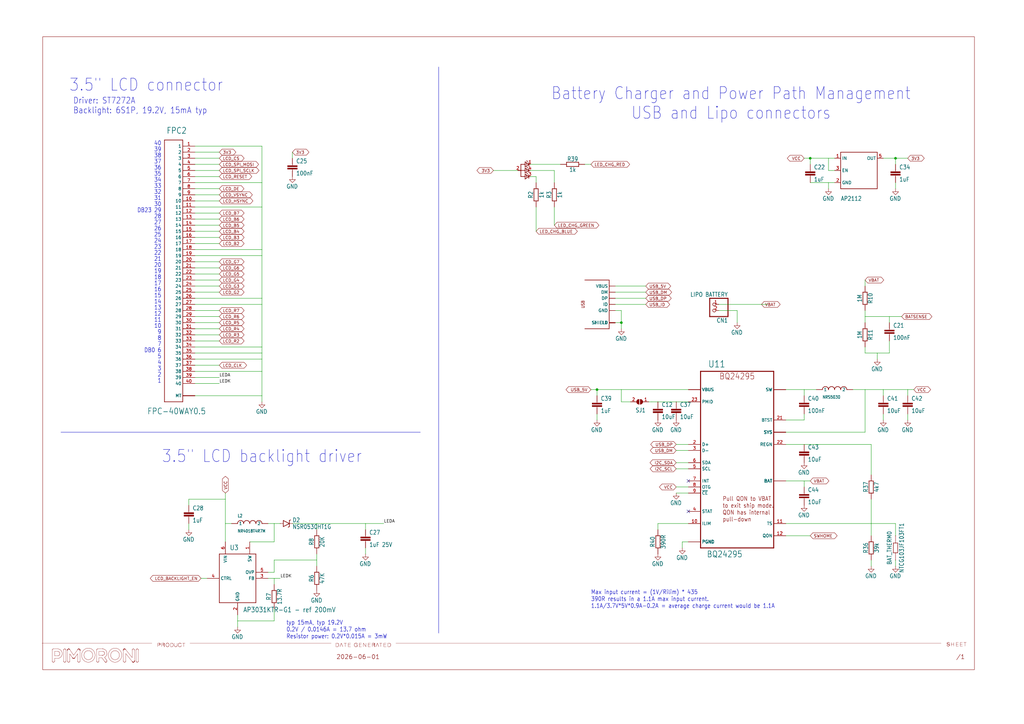
<source format=kicad_sch>
(kicad_sch (version 20230121) (generator eeschema)
  (paper "User" 426.949 302.158)
  (lib_symbols
    (symbol "32blit-eagle-import:AP2112"
      (symbol "AP2112_1_0"
        (pin bidirectional line (at -10.16 5.08 0) (length 2.54) (name "IN") (number "1"))
        (pin bidirectional line (at -10.16 -5.08 0) (length 2.54) (name "GND") (number "2"))
        (pin bidirectional line (at -10.16 0 0) (length 2.54) (name "EN") (number "3"))
        (pin bidirectional line (at 10.16 5.08 180) (length 2.54) (name "OUT") (number "5"))
      )
    )
    (symbol "32blit-eagle-import:AP30XX_OVP"
      (property "Reference" "U" (at -3.302 6.604 0))
      (symbol "AP30XX_OVP_1_0"
        (pin bidirectional line (at 5.08 10.16 270) (length 5.08) (name "SW") (number "1"))
        (pin bidirectional line (at 0 -20.32 90) (length 5.08) (name "GND") (number "2"))
        (pin bidirectional line (at 12.7 -5.08 180) (length 5.08) (name "FB") (number "3"))
        (pin bidirectional line (at -12.7 -5.08 0) (length 5.08) (name "CTRL") (number "4"))
        (pin bidirectional line (at 12.7 -2.54 180) (length 5.08) (name "OVP") (number "5"))
        (pin bidirectional line (at -5.08 10.16 270) (length 5.08) (name "VIN") (number "6"))
      )
    )
    (symbol "32blit-eagle-import:BQ24295"
      (property "Reference" "U" (at -12.192 42.164 0))
      (symbol "BQ24295_1_0"
        (text "BQ24295" (at 0 37.084 0) (effects (font (size 2.54 2.159)) (justify bottom)))
        (text "Pull QON to VBAT\nto exit ship mode.\nQON has internal\npull-down" (at -6.096 -22.098 0) (effects (font (size 1.778 1.5113)) (justify left bottom)))
        (pin bidirectional line (at -20.32 33.02 0) (length 5.08) (name "VBUS") (number "1"))
        (pin bidirectional line (at -20.32 -22.86 0) (length 5.08) (name "ILIM") (number "10"))
        (pin bidirectional line (at 20.32 -22.86 180) (length 5.08) (name "TS") (number "11"))
        (pin bidirectional line (at 20.32 -27.94 180) (length 5.08) (name "QON") (number "12"))
        (pin bidirectional line (at 20.32 -5.08 180) (length 5.08) (name "BAT") (number "13"))
        (pin bidirectional line (at 20.32 -5.08 180) (length 5.08) (name "BAT") (number "14"))
        (pin bidirectional line (at 20.32 15.24 180) (length 5.08) (name "SYS") (number "15"))
        (pin bidirectional line (at 20.32 15.24 180) (length 5.08) (name "SYS") (number "16"))
        (pin bidirectional line (at -20.32 -30.48 0) (length 5.08) (name "PGND") (number "17"))
        (pin bidirectional line (at -20.32 -30.48 0) (length 5.08) (name "PGND") (number "18"))
        (pin bidirectional line (at 20.32 33.02 180) (length 5.08) (name "SW") (number "19"))
        (pin bidirectional line (at -20.32 10.16 0) (length 5.08) (name "D+") (number "2"))
        (pin bidirectional line (at 20.32 33.02 180) (length 5.08) (name "SW") (number "20"))
        (pin bidirectional line (at 20.32 20.32 180) (length 5.08) (name "BTST") (number "21"))
        (pin bidirectional line (at 20.32 10.16 180) (length 5.08) (name "REGN") (number "22"))
        (pin bidirectional line (at -20.32 27.94 0) (length 5.08) (name "PMID") (number "23"))
        (pin bidirectional line (at -20.32 33.02 0) (length 5.08) (name "VBUS") (number "24"))
        (pin bidirectional line (at -20.32 -30.48 0) (length 5.08) (name "PGND") (number "25"))
        (pin bidirectional line (at -20.32 7.62 0) (length 5.08) (name "D-") (number "3"))
        (pin bidirectional line (at -20.32 -17.78 0) (length 5.08) (name "STAT") (number "4"))
        (pin bidirectional line (at -20.32 0 0) (length 5.08) (name "SCL") (number "5"))
        (pin bidirectional line (at -20.32 2.54 0) (length 5.08) (name "SDA") (number "6"))
        (pin bidirectional line (at -20.32 -5.08 0) (length 5.08) (name "INT") (number "7"))
        (pin bidirectional line (at -20.32 -7.62 0) (length 5.08) (name "OTG") (number "8"))
        (pin bidirectional line (at -20.32 -10.16 0) (length 5.08) (name "~{CE}") (number "9"))
      )
    )
    (symbol "32blit-eagle-import:C-EUC0603"
      (property "Reference" "C" (at 1.524 0.381 0))
      (symbol "C-EUC0603_1_0"
        (pin passive line (at 0 2.54 270) (length 2.54) (name "1") (number "1"))
        (pin passive line (at 0 -5.08 90) (length 2.54) (name "2") (number "2"))
      )
    )
    (symbol "32blit-eagle-import:C-EUC0805"
      (property "Reference" "C" (at 1.524 0.381 0))
      (symbol "C-EUC0805_1_0"
        (pin passive line (at 0 2.54 270) (length 2.54) (name "1") (number "1"))
        (pin passive line (at 0 -5.08 90) (length 2.54) (name "2") (number "2"))
      )
    )
    (symbol "32blit-eagle-import:DINA3_PIM_L"
      (symbol "DINA3_PIM_L_1_0"
        (text "${#}/${##}" (at 384.574 4.318 0) (effects (font (size 1.778 1.778)) (justify right bottom)))
        (text "${CURRENT_DATE}" (at 122.428 4.318 0) (effects (font (size 1.778 1.778)) (justify left bottom)))
        (text "${PROJECTNAME}" (at 48.006 4.318 0) (effects (font (size 1.778 1.778)) (justify left bottom)))
      )
    )
    (symbol "32blit-eagle-import:FPC-40WAY0.5"
      (property "Reference" "FPC" (at -2.54 5.08 0))
      (symbol "FPC-40WAY0.5_1_0"
        (pin bidirectional line (at 5.08 0 180) (length 5.08) (name "1") (number "1"))
        (pin bidirectional line (at 5.08 -22.86 180) (length 5.08) (name "10") (number "10"))
        (pin bidirectional line (at 5.08 -25.4 180) (length 5.08) (name "11") (number "11"))
        (pin bidirectional line (at 5.08 -27.94 180) (length 5.08) (name "12") (number "12"))
        (pin bidirectional line (at 5.08 -30.48 180) (length 5.08) (name "13") (number "13"))
        (pin bidirectional line (at 5.08 -33.02 180) (length 5.08) (name "14") (number "14"))
        (pin bidirectional line (at 5.08 -35.56 180) (length 5.08) (name "15") (number "15"))
        (pin bidirectional line (at 5.08 -38.1 180) (length 5.08) (name "16") (number "16"))
        (pin bidirectional line (at 5.08 -40.64 180) (length 5.08) (name "17") (number "17"))
        (pin bidirectional line (at 5.08 -43.18 180) (length 5.08) (name "18") (number "18"))
        (pin bidirectional line (at 5.08 -45.72 180) (length 5.08) (name "19") (number "19"))
        (pin bidirectional line (at 5.08 -2.54 180) (length 5.08) (name "2") (number "2"))
        (pin bidirectional line (at 5.08 -48.26 180) (length 5.08) (name "20") (number "20"))
        (pin bidirectional line (at 5.08 -50.8 180) (length 5.08) (name "21") (number "21"))
        (pin bidirectional line (at 5.08 -53.34 180) (length 5.08) (name "22") (number "22"))
        (pin bidirectional line (at 5.08 -55.88 180) (length 5.08) (name "23") (number "23"))
        (pin bidirectional line (at 5.08 -58.42 180) (length 5.08) (name "24") (number "24"))
        (pin bidirectional line (at 5.08 -60.96 180) (length 5.08) (name "25") (number "25"))
        (pin bidirectional line (at 5.08 -63.5 180) (length 5.08) (name "26") (number "26"))
        (pin bidirectional line (at 5.08 -66.04 180) (length 5.08) (name "27") (number "27"))
        (pin bidirectional line (at 5.08 -68.58 180) (length 5.08) (name "28") (number "28"))
        (pin bidirectional line (at 5.08 -71.12 180) (length 5.08) (name "29") (number "29"))
        (pin bidirectional line (at 5.08 -5.08 180) (length 5.08) (name "3") (number "3"))
        (pin bidirectional line (at 5.08 -73.66 180) (length 5.08) (name "30") (number "30"))
        (pin bidirectional line (at 5.08 -76.2 180) (length 5.08) (name "31") (number "31"))
        (pin bidirectional line (at 5.08 -78.74 180) (length 5.08) (name "32") (number "32"))
        (pin bidirectional line (at 5.08 -81.28 180) (length 5.08) (name "33") (number "33"))
        (pin bidirectional line (at 5.08 -83.82 180) (length 5.08) (name "34") (number "34"))
        (pin bidirectional line (at 5.08 -86.36 180) (length 5.08) (name "35") (number "35"))
        (pin bidirectional line (at 5.08 -88.9 180) (length 5.08) (name "36") (number "36"))
        (pin bidirectional line (at 5.08 -91.44 180) (length 5.08) (name "37") (number "37"))
        (pin bidirectional line (at 5.08 -93.98 180) (length 5.08) (name "38") (number "38"))
        (pin bidirectional line (at 5.08 -96.52 180) (length 5.08) (name "39") (number "39"))
        (pin bidirectional line (at 5.08 -7.62 180) (length 5.08) (name "4") (number "4"))
        (pin bidirectional line (at 5.08 -99.06 180) (length 5.08) (name "40") (number "40"))
        (pin bidirectional line (at 5.08 -10.16 180) (length 5.08) (name "5") (number "5"))
        (pin bidirectional line (at 5.08 -12.7 180) (length 5.08) (name "6") (number "6"))
        (pin bidirectional line (at 5.08 -15.24 180) (length 5.08) (name "7") (number "7"))
        (pin bidirectional line (at 5.08 -17.78 180) (length 5.08) (name "8") (number "8"))
        (pin bidirectional line (at 5.08 -20.32 180) (length 5.08) (name "9") (number "9"))
        (pin bidirectional line (at 5.08 -104.14 180) (length 5.08) (name "MT") (number "MT1"))
        (pin bidirectional line (at 5.08 -104.14 180) (length 5.08) (name "MT") (number "MT2"))
      )
    )
    (symbol "32blit-eagle-import:JST_2PIN-SMT-RA"
      (property "Reference" "CN" (at -6.35 5.715 0))
      (symbol "JST_2PIN-SMT-RA_1_0"
        (pin passive inverted (at -2.54 0 0) (length 2.54) (name "2") (number "1"))
        (pin passive inverted (at -2.54 2.54 0) (length 2.54) (name "1") (number "2"))
      )
    )
    (symbol "32blit-eagle-import:LED_RGB_4P6028_REVERSE"
      (symbol "LED_RGB_4P6028_REVERSE_1_0"
        (text "B" (at -1.778 -2.794 0) (effects (font (size 0.6096 0.5181) (thickness 0.1036) bold) (justify left bottom)))
        (text "G" (at -1.778 -0.254 0) (effects (font (size 0.6096 0.5181) (thickness 0.1036) bold) (justify left bottom)))
        (text "R" (at -1.778 2.286 0) (effects (font (size 0.6096 0.5181) (thickness 0.1036) bold) (justify left bottom)))
        (pin bidirectional line (at 0 2.54 180) (length 0) (name "RC") (number "1"))
        (pin bidirectional line (at -5.08 0 0) (length 0) (name "A") (number "2"))
        (pin bidirectional line (at 0 -2.54 180) (length 0) (name "BC") (number "3"))
        (pin bidirectional line (at 0 0 180) (length 0) (name "GC") (number "4"))
      )
    )
    (symbol "32blit-eagle-import:NR4018T4R7M"
      (property "Reference" "L" (at -5.08 2.54 0))
      (symbol "NR4018T4R7M_1_0"
        (pin passive line (at -7.62 0 0) (length 2.54) (name "1") (number "1"))
        (pin passive line (at 7.62 0 180) (length 2.54) (name "2") (number "2"))
      )
    )
    (symbol "32blit-eagle-import:NRS5030"
      (symbol "NRS5030_1_0"
        (pin passive line (at -7.62 0 0) (length 2.54) (name "1") (number "1"))
        (pin passive line (at 7.62 0 180) (length 2.54) (name "2") (number "2"))
      )
    )
    (symbol "32blit-eagle-import:NSR0530HT1G"
      (property "Reference" "D" (at 2.54 0.4826 0))
      (symbol "NSR0530HT1G_1_0"
        (pin passive line (at -2.54 0 0) (length 0) (name "A") (number "A"))
        (pin passive line (at 2.54 0 180) (length 0) (name "C") (number "C"))
      )
    )
    (symbol "32blit-eagle-import:R-EU_R0603"
      (property "Reference" "R" (at 0 1.2446 0))
      (symbol "R-EU_R0603_1_0"
        (pin passive line (at -5.08 0 0) (length 2.54) (name "1") (number "1"))
        (pin passive line (at 5.08 0 180) (length 2.54) (name "2") (number "2"))
      )
    )
    (symbol "32blit-eagle-import:RESISTOR.0402"
      (property "Reference" "R" (at 0 2.54 0))
      (symbol "RESISTOR.0402_1_0"
        (pin bidirectional line (at -5.08 0 0) (length 0) (name "1") (number "1"))
        (pin bidirectional line (at 5.08 0 180) (length 0) (name "2") (number "2"))
      )
    )
    (symbol "32blit-eagle-import:USBMICROB"
      (symbol "USBMICROB_1_0"
        (text "USB" (at -5.08 -2.54 900) (effects (font (size 1.27 1.0795)) (justify bottom)))
        (pin bidirectional line (at 7.62 2.54 180) (length 2.54) (name "DM") (number "DM"))
        (pin bidirectional line (at 7.62 0 180) (length 2.54) (name "DP") (number "DP"))
        (pin bidirectional line (at 7.62 -5.08 180) (length 2.54) (name "GND") (number "GND"))
        (pin bidirectional line (at 7.62 -2.54 180) (length 2.54) (name "ID") (number "ID"))
        (pin bidirectional line (at 7.62 -10.16 180) (length 2.54) (name "SHIELD") (number "SH1"))
        (pin bidirectional line (at 7.62 -10.16 180) (length 2.54) (name "SHIELD") (number "SH2"))
        (pin bidirectional line (at 7.62 -10.16 180) (length 2.54) (name "SHIELD") (number "SH3"))
        (pin bidirectional line (at 7.62 -10.16 180) (length 2.54) (name "SHIELD") (number "SH4"))
        (pin bidirectional line (at 7.62 -10.16 180) (length 2.54) (name "SHIELD") (number "SH5"))
        (pin bidirectional line (at 7.62 -10.16 180) (length 2.54) (name "SHIELD") (number "SH6"))
        (pin bidirectional line (at 7.62 -10.16 180) (length 2.54) (name "SHIELD") (number "SH7"))
        (pin bidirectional line (at 7.62 -10.16 180) (length 2.54) (name "SHIELD") (number "SH8"))
        (pin bidirectional line (at 7.62 5.08 180) (length 2.54) (name "VBUS") (number "VBUS"))
      )
    )
    (symbol "32blit-eagle-import:rcl_C-EUC0402K"
      (property "Reference" "C" (at 1.524 0.381 0))
      (symbol "rcl_C-EUC0402K_1_0"
        (pin passive line (at 0 2.54 270) (length 2.54) (name "1") (number "1"))
        (pin passive line (at 0 -5.08 90) (length 2.54) (name "2") (number "2"))
      )
    )
    (symbol "Jumper:SolderJumper_2_Open" (pin_names (offset 0) hide)
      (property "Reference" "JP" (at 0 2.032 0))
      (property "Value" "SolderJumper_2_Open" (at 0 -2.54 0))
      (symbol "SolderJumper_2_Open_1_1"
        (pin passive line (at -3.81 0 0) (length 2.54) (name "A") (number "1"))
        (pin passive line (at 3.81 0 180) (length 2.54) (name "B") (number "2"))
      )
    )
    (symbol "power:GND" (power) (pin_names (offset 0))
      (property "Value" "GND" (at 0 -3.81 0))
      (symbol "GND_1_1"
        (pin power_in line (at 0 0 270) (length 0) hide (name "GND") (number "1"))
      )
    )
  )
  (junction (at 259.08 134.62))
  (junction (at 373.38 66.04))
  (junction (at 337.82 66.04))
  (junction (at 248.92 162.56))
  (no_connect (at 287.02 213.36))
  (no_connect (at 287.02 200.66))
  (wire (pts (xy 360.68 180.34) (xy 360.68 162.56)) (stroke (width 0.1524)))
  (wire (pts (xy 363.22 208.28) (xy 363.22 218.44)) (stroke (width 0.1524)))
  (wire (pts (xy 365.76 149.86) (xy 365.76 147.32)) (stroke (width 0.1524)))
  (wire (pts (xy 99.06 261.62) (xy 99.06 259.08)) (stroke (width 0.1524)))
  (wire (pts (xy 378.46 165.1) (xy 378.46 162.56)) (stroke (width 0.1524)))
  (wire (pts (xy 281.94 187.96) (xy 287.02 187.96)))
  (wire (pts (xy 132.08 231.14) (xy 132.08 233.68)) (stroke (width 0.1524)))
  (wire (pts (xy 360.68 147.32) (xy 360.68 144.78)) (stroke (width 0.1524)))
  (wire (pts (xy 109.22 104.14) (xy 109.22 106.68)) (stroke (width 0.1524)))
  (wire (pts (xy 307.34 129.54) (xy 307.34 134.62)) (stroke (width 0.1524)))
  (wire (pts (xy 81.28 111.76) (xy 91.44 111.76)) (stroke (width 0.1524)))
  (wire (pts (xy 248.92 165.1) (xy 248.92 162.56)) (stroke (width 0.1524)))
  (wire (pts (xy 81.28 86.36) (xy 109.22 86.36)) (stroke (width 0.1524)))
  (wire (pts (xy 365.76 147.32) (xy 360.68 147.32)) (stroke (width 0.1524)))
  (wire (pts (xy 111.76 241.3) (xy 114.3 241.3)) (stroke (width 0.1524)))
  (wire (pts (xy 109.22 124.46) (xy 109.22 127)) (stroke (width 0.1524)))
  (wire (pts (xy 83.82 241.3) (xy 86.36 241.3)) (stroke (width 0.1524)))
  (wire (pts (xy 373.38 233.68) (xy 373.38 236.22)) (stroke (width 0.1524)))
  (wire (pts (xy 81.28 147.32) (xy 109.22 147.32)) (stroke (width 0.1524)))
  (wire (pts (xy 215.9 71.12) (xy 205.74 71.12)) (stroke (width 0.1524)))
  (wire (pts (xy 243.84 68.58) (xy 246.38 68.58)) (stroke (width 0.1524)))
  (wire (pts (xy 104.14 226.06) (xy 114.3 226.06)) (stroke (width 0.1524)))
  (wire (pts (xy 81.28 91.44) (xy 91.44 91.44)) (stroke (width 0.1524)))
  (wire (pts (xy 114.3 233.68) (xy 114.3 238.76)) (stroke (width 0.1524)))
  (wire (pts (xy 93.98 226.06) (xy 93.98 218.44)) (stroke (width 0.1524)))
  (wire (pts (xy 256.54 134.62) (xy 259.08 134.62)) (stroke (width 0.1524)))
  (wire (pts (xy 81.28 142.24) (xy 91.44 142.24)) (stroke (width 0.1524)))
  (wire (pts (xy 327.66 200.66) (xy 335.28 200.66)) (stroke (width 0.1524)))
  (wire (pts (xy 327.66 185.42) (xy 335.28 185.42)) (stroke (width 0.1524)))
  (wire (pts (xy 81.28 121.92) (xy 91.44 121.92)) (stroke (width 0.1524)))
  (wire (pts (xy 93.98 208.28) (xy 78.74 208.28)) (stroke (width 0.1524)))
  (wire (pts (xy 81.28 154.94) (xy 109.22 154.94)) (stroke (width 0.1524)))
  (wire (pts (xy 81.28 71.12) (xy 91.44 71.12)) (stroke (width 0.1524)))
  (wire (pts (xy 365.76 147.32) (xy 370.84 147.32)) (stroke (width 0.1524)))
  (wire (pts (xy 109.22 60.96) (xy 109.22 76.2)) (stroke (width 0.1524)))
  (wire (pts (xy 109.22 165.1) (xy 109.22 167.64)) (stroke (width 0.1524)))
  (wire (pts (xy 109.22 104.14) (xy 109.22 86.36)) (stroke (width 0.1524)))
  (wire (pts (xy 360.68 119.38) (xy 360.68 116.84)) (stroke (width 0.1524)))
  (wire (pts (xy 274.32 220.98) (xy 274.32 218.44)) (stroke (width 0.1524)))
  (wire (pts (xy 96.52 218.44) (xy 93.98 218.44)) (stroke (width 0.1524)))
  (wire (pts (xy 81.28 104.14) (xy 109.22 104.14)) (stroke (width 0.1524)))
  (wire (pts (xy 284.48 226.06) (xy 287.02 226.06)) (stroke (width 0.1524)))
  (wire (pts (xy 281.94 167.64) (xy 287.02 167.64)) (stroke (width 0.1524)))
  (wire (pts (xy 335.28 185.42) (xy 363.22 185.42)) (stroke (width 0.1524)))
  (wire (pts (xy 121.92 66.04) (xy 121.92 63.5)) (stroke (width 0.1524)))
  (wire (pts (xy 223.52 73.66) (xy 223.52 76.2)) (stroke (width 0.1524)))
  (wire (pts (xy 370.84 132.08) (xy 370.84 134.62)) (stroke (width 0.1524)))
  (wire (pts (xy 81.28 152.4) (xy 91.44 152.4)) (stroke (width 0.1524)))
  (wire (pts (xy 363.22 218.44) (xy 373.38 218.44)) (stroke (width 0.1524)))
  (wire (pts (xy 345.44 66.04) (xy 337.82 66.04)) (stroke (width 0.1524)))
  (wire (pts (xy 370.84 132.08) (xy 375.92 132.08)) (stroke (width 0.1524)))
  (wire (pts (xy 109.22 149.86) (xy 109.22 154.94)) (stroke (width 0.1524)))
  (wire (pts (xy 256.54 121.92) (xy 269.24 121.92)) (stroke (width 0.1524)))
  (wire (pts (xy 259.08 162.56) (xy 248.92 162.56)) (stroke (width 0.1524)))
  (wire (pts (xy 81.28 76.2) (xy 109.22 76.2)) (stroke (width 0.1524)))
  (wire (pts (xy 355.6 162.56) (xy 360.68 162.56)) (stroke (width 0.1524)))
  (wire (pts (xy 81.28 96.52) (xy 91.44 96.52)) (stroke (width 0.1524)))
  (wire (pts (xy 373.38 76.2) (xy 373.38 78.74)) (stroke (width 0.1524)))
  (wire (pts (xy 114.3 238.76) (xy 111.76 238.76)) (stroke (width 0.1524)))
  (wire (pts (xy 81.28 144.78) (xy 109.22 144.78)) (stroke (width 0.1524)))
  (polyline (pts (xy 182.88 27.94) (xy 182.88 264.16)) (stroke (width 0.1524) (type solid)))
  (wire (pts (xy 81.28 66.04) (xy 91.44 66.04)) (stroke (width 0.1524)))
  (wire (pts (xy 360.68 134.62) (xy 360.68 132.08)) (stroke (width 0.1524)))
  (wire (pts (xy 281.94 185.42) (xy 287.02 185.42)))
  (wire (pts (xy 363.22 233.68) (xy 363.22 236.22)) (stroke (width 0.1524)))
  (wire (pts (xy 81.28 81.28) (xy 91.44 81.28)) (stroke (width 0.1524)))
  (wire (pts (xy 81.28 78.74) (xy 91.44 78.74)) (stroke (width 0.1524)))
  (wire (pts (xy 152.4 220.98) (xy 152.4 218.44)) (stroke (width 0.1524)))
  (wire (pts (xy 132.08 236.22) (xy 132.08 233.68)) (stroke (width 0.1524)))
  (wire (pts (xy 78.74 220.98) (xy 78.74 218.44)) (stroke (width 0.1524)))
  (wire (pts (xy 327.66 223.52) (xy 337.82 223.52)) (stroke (width 0.1524)))
  (wire (pts (xy 81.28 116.84) (xy 91.44 116.84)) (stroke (width 0.1524)))
  (wire (pts (xy 335.28 162.56) (xy 340.36 162.56)) (stroke (width 0.1524)))
  (wire (pts (xy 81.28 149.86) (xy 109.22 149.86)) (stroke (width 0.1524)))
  (wire (pts (xy 81.28 60.96) (xy 109.22 60.96)) (stroke (width 0.1524)))
  (wire (pts (xy 81.28 88.9) (xy 91.44 88.9)) (stroke (width 0.1524)))
  (wire (pts (xy 109.22 149.86) (xy 109.22 147.32)) (stroke (width 0.1524)))
  (wire (pts (xy 368.3 66.04) (xy 373.38 66.04)) (stroke (width 0.1524)))
  (wire (pts (xy 363.22 218.44) (xy 363.22 223.52)) (stroke (width 0.1524)))
  (wire (pts (xy 99.06 259.08) (xy 99.06 256.54)) (stroke (width 0.1524)))
  (wire (pts (xy 81.28 63.5) (xy 91.44 63.5)) (stroke (width 0.1524)))
  (wire (pts (xy 246.38 162.56) (xy 248.92 162.56)) (stroke (width 0.1524)))
  (wire (pts (xy 299.72 129.54) (xy 307.34 129.54)) (stroke (width 0.1524)))
  (wire (pts (xy 93.98 208.28) (xy 93.98 205.74)) (stroke (width 0.1524)))
  (wire (pts (xy 327.66 218.44) (xy 363.22 218.44)) (stroke (width 0.1524)))
  (wire (pts (xy 223.52 86.36) (xy 223.52 96.52)) (stroke (width 0.1524)))
  (wire (pts (xy 220.98 71.12) (xy 231.14 71.12)) (stroke (width 0.1524)))
  (wire (pts (xy 368.3 162.56) (xy 378.46 162.56)) (stroke (width 0.1524)))
  (wire (pts (xy 259.08 167.64) (xy 259.08 162.56)) (stroke (width 0.1524)))
  (wire (pts (xy 274.32 218.44) (xy 287.02 218.44)) (stroke (width 0.1524)))
  (wire (pts (xy 220.98 73.66) (xy 223.52 73.66)) (stroke (width 0.1524)))
  (wire (pts (xy 248.92 172.72) (xy 248.92 175.26)) (stroke (width 0.1524)))
  (wire (pts (xy 287.02 205.74) (xy 281.94 205.74)) (stroke (width 0.1524)))
  (wire (pts (xy 337.82 76.2) (xy 345.44 76.2)) (stroke (width 0.1524)))
  (wire (pts (xy 281.94 195.58) (xy 287.02 195.58)))
  (wire (pts (xy 81.28 165.1) (xy 109.22 165.1)) (stroke (width 0.1524)))
  (wire (pts (xy 368.3 165.1) (xy 368.3 162.56)) (stroke (width 0.1524)))
  (wire (pts (xy 360.68 132.08) (xy 370.84 132.08)) (stroke (width 0.1524)))
  (wire (pts (xy 116.84 218.44) (xy 114.3 218.44)) (stroke (width 0.1524)))
  (wire (pts (xy 114.3 218.44) (xy 111.76 218.44)) (stroke (width 0.1524)))
  (wire (pts (xy 81.28 127) (xy 109.22 127)) (stroke (width 0.1524)))
  (wire (pts (xy 335.28 200.66) (xy 335.28 203.2)) (stroke (width 0.1524)))
  (wire (pts (xy 152.4 218.44) (xy 160.02 218.44)) (stroke (width 0.1524)))
  (wire (pts (xy 345.44 71.12) (xy 347.98 71.12)) (stroke (width 0.1524)))
  (wire (pts (xy 81.28 139.7) (xy 91.44 139.7)) (stroke (width 0.1524)))
  (wire (pts (xy 274.32 167.64) (xy 271.78 167.64)) (stroke (width 0.1524)))
  (wire (pts (xy 81.28 124.46) (xy 109.22 124.46)) (stroke (width 0.1524)))
  (wire (pts (xy 335.28 165.1) (xy 335.28 162.56)) (stroke (width 0.1524)))
  (wire (pts (xy 81.28 73.66) (xy 91.44 73.66)) (stroke (width 0.1524)))
  (wire (pts (xy 152.4 218.44) (xy 132.08 218.44)) (stroke (width 0.1524)))
  (wire (pts (xy 378.46 162.56) (xy 381 162.56)) (stroke (width 0.1524)))
  (wire (pts (xy 81.28 157.48) (xy 91.44 157.48)) (stroke (width 0.1524)))
  (wire (pts (xy 81.28 93.98) (xy 91.44 93.98)) (stroke (width 0.1524)))
  (wire (pts (xy 109.22 76.2) (xy 109.22 86.36)) (stroke (width 0.1524)))
  (wire (pts (xy 368.3 175.26) (xy 368.3 172.72)) (stroke (width 0.1524)))
  (wire (pts (xy 231.14 71.12) (xy 231.14 76.2)) (stroke (width 0.1524)))
  (wire (pts (xy 287.02 162.56) (xy 259.08 162.56)) (stroke (width 0.1524)))
  (wire (pts (xy 81.28 99.06) (xy 91.44 99.06)) (stroke (width 0.1524)))
  (wire (pts (xy 337.82 68.58) (xy 337.82 66.04)) (stroke (width 0.1524)))
  (wire (pts (xy 360.68 132.08) (xy 360.68 129.54)) (stroke (width 0.1524)))
  (wire (pts (xy 347.98 76.2) (xy 345.44 76.2)) (stroke (width 0.1524)))
  (wire (pts (xy 81.28 109.22) (xy 91.44 109.22)) (stroke (width 0.1524)))
  (wire (pts (xy 360.68 162.56) (xy 368.3 162.56)) (stroke (width 0.1524)))
  (wire (pts (xy 114.3 243.84) (xy 114.3 241.3)) (stroke (width 0.1524)))
  (wire (pts (xy 373.38 218.44) (xy 373.38 223.52)) (stroke (width 0.1524)))
  (wire (pts (xy 345.44 71.12) (xy 345.44 66.04)) (stroke (width 0.1524)))
  (wire (pts (xy 270.51 167.64) (xy 271.78 167.64)))
  (wire (pts (xy 259.08 167.64) (xy 262.89 167.64)) (stroke (width 0.1524)))
  (wire (pts (xy 335.28 66.04) (xy 337.82 66.04)) (stroke (width 0.1524)))
  (wire (pts (xy 373.38 68.58) (xy 373.38 66.04)) (stroke (width 0.1524)))
  (wire (pts (xy 78.74 208.28) (xy 78.74 210.82)) (stroke (width 0.1524)))
  (wire (pts (xy 347.98 66.04) (xy 345.44 66.04)) (stroke (width 0.1524)))
  (wire (pts (xy 259.08 134.62) (xy 259.08 137.16)) (stroke (width 0.1524)))
  (wire (pts (xy 109.22 127) (xy 109.22 144.78)) (stroke (width 0.1524)))
  (wire (pts (xy 114.3 226.06) (xy 114.3 218.44)) (stroke (width 0.1524)))
  (wire (pts (xy 152.4 231.14) (xy 152.4 228.6)) (stroke (width 0.1524)))
  (wire (pts (xy 81.28 68.58) (xy 91.44 68.58)) (stroke (width 0.1524)))
  (wire (pts (xy 109.22 106.68) (xy 109.22 124.46)) (stroke (width 0.1524)))
  (wire (pts (xy 81.28 160.02) (xy 91.44 160.02)) (stroke (width 0.1524)))
  (wire (pts (xy 327.66 175.26) (xy 335.28 175.26)) (stroke (width 0.1524)))
  (wire (pts (xy 281.94 167.64) (xy 274.32 167.64)) (stroke (width 0.1524)))
  (wire (pts (xy 299.72 127) (xy 320.04 127)) (stroke (width 0.1524)))
  (wire (pts (xy 370.84 147.32) (xy 370.84 142.24)) (stroke (width 0.1524)))
  (wire (pts (xy 81.28 83.82) (xy 91.44 83.82)) (stroke (width 0.1524)))
  (wire (pts (xy 363.22 185.42) (xy 363.22 198.12)) (stroke (width 0.1524)))
  (wire (pts (xy 335.28 200.66) (xy 337.82 200.66)) (stroke (width 0.1524)))
  (wire (pts (xy 327.66 180.34) (xy 360.68 180.34)) (stroke (width 0.1524)))
  (wire (pts (xy 231.14 86.36) (xy 231.14 93.98)) (stroke (width 0.1524)))
  (wire (pts (xy 109.22 154.94) (xy 109.22 165.1)) (stroke (width 0.1524)))
  (wire (pts (xy 220.98 68.58) (xy 233.68 68.58)) (stroke (width 0.1524)))
  (wire (pts (xy 378.46 175.26) (xy 378.46 172.72)) (stroke (width 0.1524)))
  (wire (pts (xy 327.66 162.56) (xy 335.28 162.56)) (stroke (width 0.1524)))
  (wire (pts (xy 81.28 129.54) (xy 91.44 129.54)) (stroke (width 0.1524)))
  (wire (pts (xy 132.08 220.98) (xy 132.08 218.44)) (stroke (width 0.1524)))
  (wire (pts (xy 81.28 106.68) (xy 109.22 106.68)) (stroke (width 0.1524)))
  (wire (pts (xy 109.22 147.32) (xy 109.22 144.78)) (stroke (width 0.1524)))
  (wire (pts (xy 93.98 218.44) (xy 93.98 208.28)) (stroke (width 0.1524)))
  (wire (pts (xy 81.28 119.38) (xy 91.44 119.38)) (stroke (width 0.1524)))
  (wire (pts (xy 132.08 218.44) (xy 121.92 218.44)) (stroke (width 0.1524)))
  (wire (pts (xy 335.28 175.26) (xy 335.28 172.72)) (stroke (width 0.1524)))
  (wire (pts (xy 114.3 259.08) (xy 114.3 254)) (stroke (width 0.1524)))
  (polyline (pts (xy 25.4 180.34) (xy 175.26 180.34)) (stroke (width 0.1524) (type solid)))
  (wire (pts (xy 99.06 259.08) (xy 114.3 259.08)) (stroke (width 0.1524)))
  (wire (pts (xy 281.94 203.2) (xy 287.02 203.2)) (stroke (width 0.1524)))
  (wire (pts (xy 345.44 76.2) (xy 345.44 78.74)) (stroke (width 0.1524)))
  (wire (pts (xy 281.94 193.04) (xy 287.02 193.04)))
  (wire (pts (xy 256.54 124.46) (xy 269.24 124.46)) (stroke (width 0.1524)))
  (wire (pts (xy 81.28 137.16) (xy 91.44 137.16)) (stroke (width 0.1524)))
  (wire (pts (xy 81.28 132.08) (xy 91.44 132.08)) (stroke (width 0.1524)))
  (wire (pts (xy 256.54 129.54) (xy 259.08 129.54)) (stroke (width 0.1524)))
  (wire (pts (xy 132.08 233.68) (xy 114.3 233.68)) (stroke (width 0.1524)))
  (wire (pts (xy 81.28 114.3) (xy 91.44 114.3)) (stroke (width 0.1524)))
  (wire (pts (xy 259.08 129.54) (xy 259.08 134.62)) (stroke (width 0.1524)))
  (wire (pts (xy 256.54 119.38) (xy 269.24 119.38)) (stroke (width 0.1524)))
  (wire (pts (xy 81.28 134.62) (xy 91.44 134.62)) (stroke (width 0.1524)))
  (wire (pts (xy 284.48 228.6) (xy 284.48 226.06)) (stroke (width 0.1524)))
  (wire (pts (xy 114.3 241.3) (xy 116.84 241.3)) (stroke (width 0.1524)))
  (wire (pts (xy 256.54 127) (xy 269.24 127)) (stroke (width 0.1524)))
  (wire (pts (xy 373.38 66.04) (xy 378.46 66.04)) (stroke (width 0.1524)))
  (wire (pts (xy 81.28 101.6) (xy 91.44 101.6)) (stroke (width 0.1524)))
  (text "16" (at 67.31 121.92 0) (effects (font (size 1.778 1.5113)) (justify right bottom)))
  (text "37" (at 67.31 68.58 0) (effects (font (size 1.778 1.5113)) (justify right bottom)))
  (text "26" (at 67.31 96.52 0) (effects (font (size 1.778 1.5113)) (justify right bottom)))
  (text "39" (at 67.31 63.5 0) (effects (font (size 1.778 1.5113)) (justify right bottom)))
  (text "9" (at 67.31 139.7 0) (effects (font (size 1.778 1.5113)) (justify right bottom)))
  (text "5" (at 67.31 149.86 0) (effects (font (size 1.778 1.5113)) (justify right bottom)))
  (text "7" (at 67.31 144.78 0) (effects (font (size 1.778 1.5113)) (justify right bottom)))
  (text "11" (at 67.31 134.62 0) (effects (font (size 1.778 1.5113)) (justify right bottom)))
  (text "35" (at 67.31 73.66 0) (effects (font (size 1.778 1.5113)) (justify right bottom)))
  (text "15" (at 67.31 124.46 0) (effects (font (size 1.778 1.5113)) (justify right bottom)))
  (text "27" (at 67.31 93.98 0) (effects (font (size 1.778 1.5113)) (justify right bottom)))
  (text "3.5\" LCD connector" (at 60.96 35.56 0) (effects (font (size 5.08 4.318))))
  (text "40" (at 67.31 60.96 0) (effects (font (size 1.778 1.5113)) (justify right bottom)))
  (text "21" (at 67.31 109.22 0) (effects (font (size 1.778 1.5113)) (justify right bottom)))
  (text "33" (at 67.31 78.74 0) (effects (font (size 1.778 1.5113)) (justify right bottom)))
  (text "30" (at 67.31 86.36 0) (effects (font (size 1.778 1.5113)) (justify right bottom)))
  (text "22" (at 67.31 106.68 0) (effects (font (size 1.778 1.5113)) (justify right bottom)))
  (text "typ 15mA, typ 19.2V\n0.2V / 0.0146A = 13.7 ohm\nResistor power: 0.2V*0.015A = 3mW" (at 119.38 266.7 0) (effects (font (size 1.778 1.5113)) (justify left bottom)))
  (text "19" (at 67.31 114.3 0) (effects (font (size 1.778 1.5113)) (justify right bottom)))
  (text "8" (at 67.31 142.24 0) (effects (font (size 1.778 1.5113)) (justify right bottom)))
  (text "3.5\" LCD backlight driver" (at 109.22 190.5 0) (effects (font (size 5.08 4.318))))
  (text "3" (at 67.31 154.94 0) (effects (font (size 1.778 1.5113)) (justify right bottom)))
  (text "23" (at 67.31 104.14 0) (effects (font (size 1.778 1.5113)) (justify right bottom)))
  (text "14" (at 67.31 127 0) (effects (font (size 1.778 1.5113)) (justify right bottom)))
  (text "24" (at 67.31 101.6 0) (effects (font (size 1.778 1.5113)) (justify right bottom)))
  (text "2" (at 67.31 157.48 0) (effects (font (size 1.778 1.5113)) (justify right bottom)))
  (text "38" (at 67.31 66.04 0) (effects (font (size 1.778 1.5113)) (justify right bottom)))
  (text "25" (at 67.31 99.06 0) (effects (font (size 1.778 1.5113)) (justify right bottom)))
  (text "20" (at 67.31 111.76 0) (effects (font (size 1.778 1.5113)) (justify right bottom)))
  (text "18" (at 67.31 116.84 0) (effects (font (size 1.778 1.5113)) (justify right bottom)))
  (text "DB0 6" (at 67.31 147.32 0) (effects (font (size 1.778 1.5113)) (justify right bottom)))
  (text "Driver: ST7272A\nBacklight: 6S1P, 19.2V, 15mA typ" (at 30.48 40.64 0) (effects (font (size 2.54 2.159)) (justify left top)))
  (text "Battery Charger and Power Path Management\nUSB and Lipo connectors" (at 304.8 43.18 0) (effects (font (size 5.08 4.318))))
  (text "12" (at 67.31 132.08 0) (effects (font (size 1.778 1.5113)) (justify right bottom)))
  (text "4" (at 67.31 152.4 0) (effects (font (size 1.778 1.5113)) (justify right bottom)))
  (text "DB23 29" (at 67.31 88.9 0) (effects (font (size 1.778 1.5113)) (justify right bottom)))
  (text "28" (at 67.31 91.44 0) (effects (font (size 1.778 1.5113)) (justify right bottom)))
  (text "17" (at 67.31 119.38 0) (effects (font (size 1.778 1.5113)) (justify right bottom)))
  (text "Max input current = (1V/Rilim) * 435\n390R results in a 1.1A max input current.\n1.1A/3.7V*5V*0.9A-0.2A = average charge current would be 1.1A" (at 246.38 254 0) (effects (font (size 1.778 1.5113)) (justify left bottom)))
  (text "1" (at 67.31 160.02 0) (effects (font (size 1.778 1.5113)) (justify right bottom)))
  (text "31" (at 67.31 83.82 0) (effects (font (size 1.778 1.5113)) (justify right bottom)))
  (text "36" (at 67.31 71.12 0) (effects (font (size 1.778 1.5113)) (justify right bottom)))
  (text "10" (at 67.31 137.16 0) (effects (font (size 1.778 1.5113)) (justify right bottom)))
  (text "32" (at 67.31 81.28 0) (effects (font (size 1.778 1.5113)) (justify right bottom)))
  (text "13" (at 67.31 129.54 0) (effects (font (size 1.778 1.5113)) (justify right bottom)))
  (text "34" (at 67.31 76.2 0) (effects (font (size 1.778 1.5113)) (justify right bottom)))
  (label "LEDA" (at 91.44 157.48 0) (effects (font (size 1.2446 1.2446))))
  (label "LEDK" (at 116.84 241.3 0) (effects (font (size 1.2446 1.2446))))
  (label "LEDK" (at 91.44 160.02 0) (effects (font (size 1.2446 1.2446))))
  (label "LEDA" (at 160.02 218.44 0) (effects (font (size 1.2446 1.2446))))
  (global_label "LCD_CLK" (shape bidirectional) (at 91.44 152.4 0) (effects (font (size 1.2446 1.2446))) (property "Intersheetrefs" "${INTERSHEET_REFS}" (effects hide)))
  (global_label "LCD_R7" (shape bidirectional) (at 91.44 129.54 0) (effects (font (size 1.2446 1.2446))) (property "Intersheetrefs" "${INTERSHEET_REFS}" (effects hide)))
  (global_label "LCD_R6" (shape bidirectional) (at 91.44 132.08 0) (effects (font (size 1.2446 1.2446))) (property "Intersheetrefs" "${INTERSHEET_REFS}" (effects hide)))
  (global_label "LCD_RESET" (shape bidirectional) (at 91.44 73.66 0) (effects (font (size 1.2446 1.2446))) (property "Intersheetrefs" "${INTERSHEET_REFS}" (effects hide)))
  (global_label "LCD_B4" (shape bidirectional) (at 91.44 96.52 0) (effects (font (size 1.2446 1.2446))) (property "Intersheetrefs" "${INTERSHEET_REFS}" (effects hide)))
  (global_label "LED_CHG_GREEN" (shape bidirectional) (at 231.14 93.98 0) (effects (font (size 1.2446 1.2446))) (property "Intersheetrefs" "${INTERSHEET_REFS}" (effects hide)))
  (global_label "VBAT" (shape bidirectional) (at 317.5 127 0) (effects (font (size 1.2446 1.2446))) (property "Intersheetrefs" "${INTERSHEET_REFS}" (effects hide)))
  (global_label "LED_CHG_BLUE" (shape bidirectional) (at 223.52 96.52 0) (effects (font (size 1.2446 1.2446))) (property "Intersheetrefs" "${INTERSHEET_REFS}" (effects hide)))
  (global_label "SWHOME" (shape bidirectional) (at 337.82 223.52 0) (effects (font (size 1.2446 1.2446))) (property "Intersheetrefs" "${INTERSHEET_REFS}" (effects hide)))
  (global_label "LCD_R5" (shape bidirectional) (at 91.44 134.62 0) (effects (font (size 1.2446 1.2446))) (property "Intersheetrefs" "${INTERSHEET_REFS}" (effects hide)))
  (global_label "LCD_DE" (shape bidirectional) (at 91.44 78.74 0) (effects (font (size 1.2446 1.2446))) (property "Intersheetrefs" "${INTERSHEET_REFS}" (effects hide)))
  (global_label "LCD_G2" (shape bidirectional) (at 91.44 121.92 0) (effects (font (size 1.2446 1.2446))) (property "Intersheetrefs" "${INTERSHEET_REFS}" (effects hide)))
  (global_label "LCD_BACKLIGHT_EN" (shape bidirectional) (at 83.82 241.3 180) (effects (font (size 1.2446 1.2446))) (property "Intersheetrefs" "${INTERSHEET_REFS}" (effects hide)))
  (global_label "VCC" (shape bidirectional) (at 281.94 203.2 180) (effects (font (size 1.2446 1.2446))) (property "Intersheetrefs" "${INTERSHEET_REFS}" (effects hide)))
  (global_label "LED_CHG_RED" (shape bidirectional) (at 246.38 68.58 0) (effects (font (size 1.2446 1.2446))) (property "Intersheetrefs" "${INTERSHEET_REFS}" (effects hide)))
  (global_label "LCD_HSYNC" (shape bidirectional) (at 91.44 83.82 0) (effects (font (size 1.2446 1.2446))) (property "Intersheetrefs" "${INTERSHEET_REFS}" (effects hide)))
  (global_label "LCD_CS" (shape bidirectional) (at 91.44 66.04 0) (effects (font (size 1.2446 1.2446))) (property "Intersheetrefs" "${INTERSHEET_REFS}" (effects hide)))
  (global_label "LCD_B2" (shape bidirectional) (at 91.44 101.6 0) (effects (font (size 1.2446 1.2446))) (property "Intersheetrefs" "${INTERSHEET_REFS}" (effects hide)))
  (global_label "LCD_G5" (shape bidirectional) (at 91.44 114.3 0) (effects (font (size 1.2446 1.2446))) (property "Intersheetrefs" "${INTERSHEET_REFS}" (effects hide)))
  (global_label "LCD_G6" (shape bidirectional) (at 91.44 111.76 0) (effects (font (size 1.2446 1.2446))) (property "Intersheetrefs" "${INTERSHEET_REFS}" (effects hide)))
  (global_label "LCD_R2" (shape bidirectional) (at 91.44 142.24 0) (effects (font (size 1.2446 1.2446))) (property "Intersheetrefs" "${INTERSHEET_REFS}" (effects hide)))
  (global_label "USB_5V" (shape bidirectional) (at 269.24 119.38 0) (effects (font (size 1.2446 1.2446))) (property "Intersheetrefs" "${INTERSHEET_REFS}" (effects hide)))
  (global_label "LCD_B7" (shape bidirectional) (at 91.44 88.9 0) (effects (font (size 1.2446 1.2446))) (property "Intersheetrefs" "${INTERSHEET_REFS}" (effects hide)))
  (global_label "USB_DM" (shape bidirectional) (at 281.94 187.96 180) (effects (font (size 1.2446 1.2446))) (property "Intersheetrefs" "${INTERSHEET_REFS}" (effects hide)))
  (global_label "LCD_SPI_SCLK" (shape bidirectional) (at 91.44 71.12 0) (effects (font (size 1.2446 1.2446))) (property "Intersheetrefs" "${INTERSHEET_REFS}" (effects hide)))
  (global_label "VCC" (shape bidirectional) (at 381 162.56 0) (effects (font (size 1.2446 1.2446))) (property "Intersheetrefs" "${INTERSHEET_REFS}" (effects hide)))
  (global_label "3V3" (shape bidirectional) (at 91.44 63.5 0) (effects (font (size 1.2446 1.2446))) (property "Intersheetrefs" "${INTERSHEET_REFS}" (effects hide)))
  (global_label "BATSENSE" (shape bidirectional) (at 375.92 132.08 0) (effects (font (size 1.2446 1.2446))) (property "Intersheetrefs" "${INTERSHEET_REFS}" (effects hide)))
  (global_label "USB_DP" (shape bidirectional) (at 269.24 124.46 0) (effects (font (size 1.2446 1.2446))) (property "Intersheetrefs" "${INTERSHEET_REFS}" (effects hide)))
  (global_label "3V3" (shape bidirectional) (at 378.46 66.04 0) (effects (font (size 1.2446 1.2446))) (property "Intersheetrefs" "${INTERSHEET_REFS}" (effects hide)))
  (global_label "LCD_B6" (shape bidirectional) (at 91.44 91.44 0) (effects (font (size 1.2446 1.2446))) (property "Intersheetrefs" "${INTERSHEET_REFS}" (effects hide)))
  (global_label "LCD_G3" (shape bidirectional) (at 91.44 119.38 0) (effects (font (size 1.2446 1.2446))) (property "Intersheetrefs" "${INTERSHEET_REFS}" (effects hide)))
  (global_label "USB_DM" (shape bidirectional) (at 269.24 121.92 0) (effects (font (size 1.2446 1.2446))) (property "Intersheetrefs" "${INTERSHEET_REFS}" (effects hide)))
  (global_label "USB_DP" (shape bidirectional) (at 281.94 185.42 180) (effects (font (size 1.2446 1.2446))) (property "Intersheetrefs" "${INTERSHEET_REFS}" (effects hide)))
  (global_label "LCD_VSYNC" (shape bidirectional) (at 91.44 81.28 0) (effects (font (size 1.2446 1.2446))) (property "Intersheetrefs" "${INTERSHEET_REFS}" (effects hide)))
  (global_label "LCD_SPI_MOSI" (shape bidirectional) (at 91.44 68.58 0) (effects (font (size 1.2446 1.2446))) (property "Intersheetrefs" "${INTERSHEET_REFS}" (effects hide)))
  (global_label "3V3" (shape bidirectional) (at 205.74 71.12 180) (effects (font (size 1.2446 1.2446))) (property "Intersheetrefs" "${INTERSHEET_REFS}" (effects hide)))
  (global_label "VBAT" (shape bidirectional) (at 360.68 116.84 0) (effects (font (size 1.2446 1.2446))) (property "Intersheetrefs" "${INTERSHEET_REFS}" (effects hide)))
  (global_label "LCD_B5" (shape bidirectional) (at 91.44 93.98 0) (effects (font (size 1.2446 1.2446))) (property "Intersheetrefs" "${INTERSHEET_REFS}" (effects hide)))
  (global_label "3V3" (shape bidirectional) (at 121.92 63.5 0) (effects (font (size 1.2446 1.2446))) (property "Intersheetrefs" "${INTERSHEET_REFS}" (effects hide)))
  (global_label "LCD_B3" (shape bidirectional) (at 91.44 99.06 0) (effects (font (size 1.2446 1.2446))) (property "Intersheetrefs" "${INTERSHEET_REFS}" (effects hide)))
  (global_label "VBAT" (shape bidirectional) (at 337.82 200.66 0) (effects (font (size 1.2446 1.2446))) (property "Intersheetrefs" "${INTERSHEET_REFS}" (effects hide)))
  (global_label "USB_ID" (shape bidirectional) (at 269.24 127 0) (effects (font (size 1.2446 1.2446))) (property "Intersheetrefs" "${INTERSHEET_REFS}" (effects hide)))
  (global_label "VCC" (shape bidirectional) (at 93.98 205.74 90) (effects (font (size 1.2446 1.2446))) (property "Intersheetrefs" "${INTERSHEET_REFS}" (effects hide)))
  (global_label "LCD_R3" (shape bidirectional) (at 91.44 139.7 0) (effects (font (size 1.2446 1.2446))) (property "Intersheetrefs" "${INTERSHEET_REFS}" (effects hide)))
  (global_label "USB_5V" (shape bidirectional) (at 246.38 162.56 180) (effects (font (size 1.2446 1.2446))) (property "Intersheetrefs" "${INTERSHEET_REFS}" (effects hide)))
  (global_label "I2C_SDA" (shape bidirectional) (at 281.94 193.04 180) (effects (font (size 1.2446 1.2446))) (property "Intersheetrefs" "${INTERSHEET_REFS}" (effects hide)))
  (global_label "LCD_G4" (shape bidirectional) (at 91.44 116.84 0) (effects (font (size 1.2446 1.2446))) (property "Intersheetrefs" "${INTERSHEET_REFS}" (effects hide)))
  (global_label "LCD_G7" (shape bidirectional) (at 91.44 109.22 0) (effects (font (size 1.2446 1.2446))) (property "Intersheetrefs" "${INTERSHEET_REFS}" (effects hide)))
  (global_label "I2C_SCL" (shape bidirectional) (at 281.94 195.58 180) (effects (font (size 1.2446 1.2446))) (property "Intersheetrefs" "${INTERSHEET_REFS}" (effects hide)))
  (global_label "LCD_R4" (shape bidirectional) (at 91.44 137.16 0) (effects (font (size 1.2446 1.2446))) (property "Intersheetrefs" "${INTERSHEET_REFS}" (effects hide)))
  (global_label "VCC" (shape bidirectional) (at 335.28 66.04 180) (effects (font (size 1.2446 1.2446))) (property "Intersheetrefs" "${INTERSHEET_REFS}" (effects hide)))
  (symbol (lib_id "power:GND") (at 109.22 167.64 0) (unit 1)
    (property "Reference" "#GND015" (effects hide))
    (property "Value" "GND" (at 106.68 172.72 0) (effects (font (size 1.778 1.5113)) (justify left bottom)))
  )
  (symbol (lib_id "32blit-eagle-import:C-EUC0603") (at 248.92 167.64 0) (unit 1)
    (property "Reference" "C39" (at 250.444 167.259 0) (effects (font (size 1.778 1.5113)) (justify left bottom)))
    (property "Value" "1uF" (at 250.444 172.339 0) (effects (font (size 1.778 1.5113)) (justify left bottom)))
    (property "Footprint" "32blit:C0603" (effects hide))
  )
  (symbol (lib_id "32blit-eagle-import:JST_2PIN-SMT-RA") (at 297.18 127 180) (unit 1)
    (property "Reference" "CN1" (at 303.53 132.715 0) (effects (font (size 1.778 1.5113)) (justify left bottom)))
    (property "Value" "LIPO BATTERY" (at 303.53 121.92 0) (effects (font (size 1.778 1.5113)) (justify left bottom)))
    (property "Footprint" "32blit:JST-PH-2-SMT-RA" (effects hide))
  )
  (symbol (lib_id "32blit-eagle-import:R-EU_R0603") (at 360.68 139.7 270) (unit 1)
    (property "Reference" "R11" (at 361.9246 139.7 0) (effects (font (size 1.778 1.5113)) (justify bottom)))
    (property "Value" "1M" (at 359.41 139.7 0) (effects (font (size 1.778 1.5113)) (justify top)))
    (property "Footprint" "32blit:R0603" (effects hide))
  )
  (symbol (lib_id "32blit-eagle-import:NSR0530HT1G") (at 119.38 218.44 0) (unit 1)
    (property "Reference" "D2" (at 121.92 217.9574 0) (effects (font (size 1.778 1.5113)) (justify left bottom)))
    (property "Value" "NSR0530HT1G" (at 121.92 220.7514 0) (effects (font (size 1.778 1.5113)) (justify left bottom)))
    (property "Footprint" "32blit:NSR0530HT1G" (effects hide))
  )
  (symbol (lib_id "power:GND") (at 335.28 210.82 0) (unit 1)
    (property "Reference" "#GND046" (effects hide))
    (property "Value" "GND" (at 332.74 215.9 0) (effects (font (size 1.778 1.5113)) (justify left bottom)))
  )
  (symbol (lib_id "32blit-eagle-import:C-EUC0805") (at 378.46 167.64 0) (unit 1)
    (property "Reference" "C42" (at 379.984 167.259 0) (effects (font (size 1.778 1.5113)) (justify left bottom)))
    (property "Value" "10uF" (at 379.984 172.339 0) (effects (font (size 1.778 1.5113)) (justify left bottom)))
    (property "Footprint" "32blit:C0805" (effects hide))
  )
  (symbol (lib_id "power:GND") (at 345.44 78.74 0) (unit 1)
    (property "Reference" "#GND052" (effects hide))
    (property "Value" "GND" (at 342.9 83.82 0) (effects (font (size 1.778 1.5113)) (justify left bottom)))
  )
  (symbol (lib_id "32blit-eagle-import:R-EU_R0603") (at 363.22 228.6 90) (unit 1)
    (property "Reference" "R36" (at 361.9754 228.6 0) (effects (font (size 1.778 1.5113)) (justify bottom)))
    (property "Value" "39k" (at 364.49 228.6 0) (effects (font (size 1.778 1.5113)) (justify top)))
    (property "Footprint" "32blit:R0603" (effects hide))
  )
  (symbol (lib_id "32blit-eagle-import:NR4018T4R7M") (at 104.14 218.44 0) (unit 1)
    (property "Reference" "L2" (at 99.06 215.9 0) (effects (font (size 1.27 1.0795)) (justify left bottom)))
    (property "Value" "NR4018T4R7M" (at 99.06 222.25 0) (effects (font (size 1.27 1.0795)) (justify left bottom)))
    (property "Footprint" "32blit:NR4018" (effects hide))
  )
  (symbol (lib_id "32blit-eagle-import:AP2112") (at 358.14 71.12 0) (unit 1)
    (property "Reference" "U6" (effects hide))
    (property "Value" "AP2112" (at 350.52 83.82 0) (effects (font (size 1.778 1.5113)) (justify left bottom)))
    (property "Footprint" "32blit:SOT-23-5" (effects hide))
  )
  (symbol (lib_id "32blit-eagle-import:BQ24295") (at 307.34 195.58 0) (unit 1)
    (property "Reference" "U11" (at 295.148 153.416 0) (effects (font (size 2.794 2.3749)) (justify left bottom)))
    (property "Value" "BQ24295" (at 294.5892 232.6132 0) (effects (font (size 2.54 2.159)) (justify left bottom)))
    (property "Footprint" "32blit:QFN50P400X400X100-25N" (effects hide))
  )
  (symbol (lib_id "power:GND") (at 248.92 175.26 0) (unit 1)
    (property "Reference" "#GND039" (effects hide))
    (property "Value" "GND" (at 246.38 180.34 0) (effects (font (size 1.778 1.5113)) (justify left bottom)))
  )
  (symbol (lib_id "32blit-eagle-import:R-EU_R0603") (at 363.22 203.2 90) (unit 1)
    (property "Reference" "R37" (at 361.9754 203.2 0) (effects (font (size 1.778 1.5113)) (justify bottom)))
    (property "Value" "4k7" (at 364.49 203.2 0) (effects (font (size 1.778 1.5113)) (justify top)))
    (property "Footprint" "32blit:R0603" (effects hide))
  )
  (symbol (lib_id "power:GND") (at 152.4 231.14 0) (unit 1)
    (property "Reference" "#GND035" (effects hide))
    (property "Value" "GND" (at 149.86 236.22 0) (effects (font (size 1.778 1.5113)) (justify left bottom)))
  )
  (symbol (lib_id "32blit-eagle-import:R-EU_R0603") (at 132.08 241.3 90) (unit 1)
    (property "Reference" "R6" (at 130.8354 241.3 0) (effects (font (size 1.778 1.5113)) (justify bottom)))
    (property "Value" "47K" (at 133.35 241.3 0) (effects (font (size 1.778 1.5113)) (justify top)))
    (property "Footprint" "32blit:R0603" (effects hide))
  )
  (symbol (lib_id "power:GND") (at 373.38 236.22 0) (unit 1)
    (property "Reference" "#GND048" (effects hide))
    (property "Value" "GND" (at 370.84 241.3 0) (effects (font (size 1.778 1.5113)) (justify left bottom)))
  )
  (symbol (lib_id "power:GND") (at 373.38 78.74 0) (unit 1)
    (property "Reference" "#GND06" (effects hide))
    (property "Value" "GND" (at 370.84 83.82 0) (effects (font (size 1.778 1.5113)) (justify left bottom)))
  )
  (symbol (lib_id "32blit-eagle-import:R-EU_R0603") (at 114.3 248.92 90) (unit 1)
    (property "Reference" "R7" (at 113.0554 248.92 0) (effects (font (size 1.778 1.5113)) (justify bottom)))
    (property "Value" "13.7R" (at 115.57 248.92 0) (effects (font (size 1.778 1.5113)) (justify top)))
    (property "Footprint" "32blit:R0603" (effects hide))
  )
  (symbol (lib_id "32blit-eagle-import:C-EUC0805") (at 335.28 187.96 0) (unit 1)
    (property "Reference" "C43" (at 336.804 187.579 0) (effects (font (size 1.778 1.5113)) (justify left bottom)))
    (property "Value" "10uF" (at 336.804 192.659 0) (effects (font (size 1.778 1.5113)) (justify left bottom)))
    (property "Footprint" "32blit:C0805" (effects hide))
  )
  (symbol (lib_id "32blit-eagle-import:USBMICROB") (at 248.92 124.46 0) (unit 1)
    (property "Reference" "U$3" (effects hide))
    (property "Value" "USBMICROB" (effects hide))
    (property "Footprint" "32blit:MICROB-USB" (effects hide))
  )
  (symbol (lib_id "32blit-eagle-import:rcl_C-EUC0402K") (at 370.84 137.16 0) (unit 1)
    (property "Reference" "C21" (at 372.364 136.779 0) (effects (font (size 1.778 1.5113)) (justify left bottom)))
    (property "Value" "100nF" (at 372.364 141.859 0) (effects (font (size 1.778 1.5113)) (justify left bottom)))
    (property "Footprint" "32blit:C0402K" (effects hide))
  )
  (symbol (lib_id "power:GND") (at 121.92 73.66 0) (unit 1)
    (property "Reference" "#GND030" (effects hide))
    (property "Value" "GND" (at 119.38 78.74 0) (effects (font (size 1.778 1.5113)) (justify left bottom)))
  )
  (symbol (lib_id "32blit-eagle-import:C-EUC0805") (at 368.3 167.64 0) (unit 1)
    (property "Reference" "C41" (at 369.824 167.259 0) (effects (font (size 1.778 1.5113)) (justify left bottom)))
    (property "Value" "10uF" (at 369.824 172.339 0) (effects (font (size 1.778 1.5113)) (justify left bottom)))
    (property "Footprint" "32blit:C0805" (effects hide))
  )
  (symbol (lib_id "power:GND") (at 132.08 246.38 0) (unit 1)
    (property "Reference" "#GND037" (effects hide))
    (property "Value" "GND" (at 129.54 251.46 0) (effects (font (size 1.778 1.5113)) (justify left bottom)))
  )
  (symbol (lib_id "32blit-eagle-import:R-EU_R0603") (at 360.68 124.46 270) (unit 1)
    (property "Reference" "R10" (at 361.9246 124.46 0) (effects (font (size 1.778 1.5113)) (justify bottom)))
    (property "Value" "1M" (at 359.41 124.46 0) (effects (font (size 1.778 1.5113)) (justify top)))
    (property "Footprint" "32blit:R0603" (effects hide))
  )
  (symbol (lib_id "32blit-eagle-import:C-EUC0603") (at 373.38 71.12 0) (unit 1)
    (property "Reference" "C34" (at 374.904 70.739 0) (effects (font (size 1.778 1.5113)) (justify left bottom)))
    (property "Value" "1uF" (at 374.904 75.819 0) (effects (font (size 1.778 1.5113)) (justify left bottom)))
    (property "Footprint" "32blit:C0603" (effects hide))
  )
  (symbol (lib_id "32blit-eagle-import:C-EUC0805") (at 274.32 170.18 0) (unit 1)
    (property "Reference" "C12" (at 275.844 169.799 0) (effects (font (size 1.778 1.5113)) (justify left bottom)))
    (property "Value" "10uF" (at 275.844 174.879 0) (effects (font (size 1.778 1.5113)) (justify left bottom)))
    (property "Footprint" "32blit:C0805" (effects hide))
  )
  (symbol (lib_id "power:GND") (at 274.32 231.14 0) (unit 1)
    (property "Reference" "#GND050" (effects hide))
    (property "Value" "GND" (at 271.78 236.22 0) (effects (font (size 1.778 1.5113)) (justify left bottom)))
  )
  (symbol (lib_id "32blit-eagle-import:rcl_C-EUC0402K") (at 335.28 167.64 0) (unit 1)
    (property "Reference" "C40" (at 336.804 167.259 0) (effects (font (size 1.778 1.5113)) (justify left bottom)))
    (property "Value" "100nF" (at 336.804 172.339 0) (effects (font (size 1.778 1.5113)) (justify left bottom)))
    (property "Footprint" "32blit:C0402K" (effects hide))
  )
  (symbol (lib_id "32blit-eagle-import:AP30XX_OVP") (at 99.06 236.22 0) (unit 1)
    (property "Reference" "U3" (at 95.758 229.616 0) (effects (font (size 2.032 1.7272)) (justify left bottom)))
    (property "Value" "AP3031KTR-G1 - ref 200mV" (at 101.346 255.524 0) (effects (font (size 2.032 1.7272)) (justify left bottom)))
    (property "Footprint" "32blit:SOT23-6L" (effects hide))
  )
  (symbol (lib_id "power:GND") (at 378.46 175.26 0) (unit 1)
    (property "Reference" "#GND044" (effects hide))
    (property "Value" "GND" (at 375.92 180.34 0) (effects (font (size 1.778 1.5113)) (justify left bottom)))
  )
  (symbol (lib_id "32blit-eagle-import:C-EUC0603") (at 152.4 223.52 0) (unit 1)
    (property "Reference" "C27" (at 153.924 223.139 0) (effects (font (size 1.778 1.5113)) (justify left bottom)))
    (property "Value" "1uF 25V" (at 153.924 228.219 0) (effects (font (size 1.778 1.5113)) (justify left bottom)))
    (property "Footprint" "32blit:C0603" (effects hide))
  )
  (symbol (lib_id "Jumper:SolderJumper_2_Open") (at 266.7 167.64 180) (unit 1)
    (property "Reference" "SJ1" (at 269.24 170.18 0) (effects (font (size 1.778 1.5113)) (justify left bottom)))
    (property "Value" "SOLDERJUMPER" (effects hide))
    (property "Footprint" "32blit:SOLDERJUMPER_ARROW_NOPASTE" (effects hide))
  )
  (symbol (lib_id "32blit-eagle-import:C-EUC0603") (at 78.74 213.36 0) (unit 1)
    (property "Reference" "C28" (at 80.264 212.979 0) (effects (font (size 1.778 1.5113)) (justify left bottom)))
    (property "Value" "1uF" (at 80.264 218.059 0) (effects (font (size 1.778 1.5113)) (justify left bottom)))
    (property "Footprint" "32blit:C0603" (effects hide))
  )
  (symbol (lib_id "power:GND") (at 259.08 137.16 0) (unit 1)
    (property "Reference" "#GND025" (effects hide))
    (property "Value" "GND" (at 256.54 142.24 0) (effects (font (size 1.778 1.5113)) (justify left bottom)))
  )
  (symbol (lib_id "32blit-eagle-import:R-EU_R0603") (at 238.76 68.58 0) (unit 1)
    (property "Reference" "R39" (at 238.76 67.3354 0) (effects (font (size 1.778 1.5113)) (justify bottom)))
    (property "Value" "1k" (at 238.76 69.85 0) (effects (font (size 1.778 1.5113)) (justify top)))
    (property "Footprint" "32blit:R0603" (effects hide))
  )
  (symbol (lib_id "32blit-eagle-import:C-EUC0603") (at 337.82 71.12 0) (unit 1)
    (property "Reference" "C22" (at 339.344 70.739 0) (effects (font (size 1.778 1.5113)) (justify left bottom)))
    (property "Value" "1uF" (at 339.344 75.819 0) (effects (font (size 1.778 1.5113)) (justify left bottom)))
    (property "Footprint" "32blit:C0603" (effects hide))
  )
  (symbol (lib_id "power:GND") (at 284.48 228.6 0) (unit 1)
    (property "Reference" "#GND040" (effects hide))
    (property "Value" "GND" (at 281.94 233.68 0) (effects (font (size 1.778 1.5113)) (justify left bottom)))
  )
  (symbol (lib_id "32blit-eagle-import:C-EUC0805") (at 281.94 170.18 0) (unit 1)
    (property "Reference" "C37" (at 283.464 169.799 0) (effects (font (size 1.778 1.5113)) (justify left bottom)))
    (property "Value" "10uF" (at 283.464 174.879 0) (effects (font (size 1.778 1.5113)) (justify left bottom)))
    (property "Footprint" "32blit:C0805" (effects hide))
  )
  (symbol (lib_id "32blit-eagle-import:R-EU_R0603") (at 223.52 81.28 90) (unit 1)
    (property "Reference" "R2" (at 222.2754 81.28 0) (effects (font (size 1.778 1.5113)) (justify bottom)))
    (property "Value" "1k" (at 224.79 81.28 0) (effects (font (size 1.778 1.5113)) (justify top)))
    (property "Footprint" "32blit:R0603" (effects hide))
  )
  (symbol (lib_id "32blit-eagle-import:C-EUC0805") (at 335.28 205.74 0) (unit 1)
    (property "Reference" "C44" (at 336.804 205.359 0) (effects (font (size 1.778 1.5113)) (justify left bottom)))
    (property "Value" "10uF" (at 336.804 210.439 0) (effects (font (size 1.778 1.5113)) (justify left bottom)))
    (property "Footprint" "32blit:C0805" (effects hide))
  )
  (symbol (lib_id "power:GND") (at 363.22 236.22 0) (unit 1)
    (property "Reference" "#GND047" (effects hide))
    (property "Value" "GND" (at 360.68 241.3 0) (effects (font (size 1.778 1.5113)) (justify left bottom)))
  )
  (symbol (lib_id "32blit-eagle-import:R-EU_R0603") (at 231.14 81.28 90) (unit 1)
    (property "Reference" "R3" (at 229.8954 81.28 0) (effects (font (size 1.778 1.5113)) (justify bottom)))
    (property "Value" "1k" (at 232.41 81.28 0) (effects (font (size 1.778 1.5113)) (justify top)))
    (property "Footprint" "32blit:R0603" (effects hide))
  )
  (symbol (lib_id "32blit-eagle-import:DINA3_PIM_L") (at 17.78 279.4 0) (unit 1)
    (property "Reference" "#FRAME5" (effects hide))
    (property "Value" "DINA3_PIM_L" (effects hide))
  )
  (symbol (lib_id "power:GND") (at 368.3 175.26 0) (unit 1)
    (property "Reference" "#GND041" (effects hide))
    (property "Value" "GND" (at 365.76 180.34 0) (effects (font (size 1.778 1.5113)) (justify left bottom)))
  )
  (symbol (lib_id "32blit-eagle-import:RESISTOR.0402") (at 373.38 228.6 90) (unit 1)
    (property "Reference" "BAT_THERM0" (at 370.84 228.6 0) (effects (font (size 1.778 1.5113))))
    (property "Value" "NTCG103JF103FT1" (at 375.92 228.6 0) (effects (font (size 1.778 1.5113))))
    (property "Footprint" "32blit:0402@1" (effects hide))
  )
  (symbol (lib_id "32blit-eagle-import:NRS5030") (at 347.98 162.56 0) (unit 1)
    (property "Reference" "L1" (effects hide))
    (property "Value" "NRS5030" (at 342.9 166.37 0) (effects (font (size 1.27 1.0795)) (justify left bottom)))
    (property "Footprint" "32blit:NRS5030" (effects hide))
  )
  (symbol (lib_id "32blit-eagle-import:R-EU_R0603") (at 274.32 226.06 90) (unit 1)
    (property "Reference" "R40" (at 273.0754 226.06 0) (effects (font (size 1.778 1.5113)) (justify bottom)))
    (property "Value" "390R" (at 275.59 226.06 0) (effects (font (size 1.778 1.5113)) (justify top)))
    (property "Footprint" "32blit:R0603" (effects hide))
  )
  (symbol (lib_id "power:GND") (at 274.32 175.26 0) (unit 1)
    (property "Reference" "#GND019" (effects hide))
    (property "Value" "GND" (at 271.78 180.34 0) (effects (font (size 1.778 1.5113)) (justify left bottom)))
  )
  (symbol (lib_id "power:GND") (at 281.94 205.74 0) (unit 1)
    (property "Reference" "#GND053" (effects hide))
    (property "Value" "GND" (at 279.4 210.82 0) (effects (font (size 1.778 1.5113)) (justify left bottom)))
  )
  (symbol (lib_id "power:GND") (at 99.06 261.62 0) (unit 1)
    (property "Reference" "#GND034" (effects hide))
    (property "Value" "GND" (at 96.52 266.7 0) (effects (font (size 1.778 1.5113)) (justify left bottom)))
  )
  (symbol (lib_id "power:GND") (at 365.76 149.86 0) (unit 1)
    (property "Reference" "#GND021" (effects hide))
    (property "Value" "GND" (at 363.22 154.94 0) (effects (font (size 1.778 1.5113)) (justify left bottom)))
  )
  (symbol (lib_id "power:GND") (at 307.34 134.62 0) (unit 1)
    (property "Reference" "#GND051" (effects hide))
    (property "Value" "GND" (at 304.8 139.7 0) (effects (font (size 1.778 1.5113)) (justify left bottom)))
  )
  (symbol (lib_id "power:GND") (at 335.28 193.04 0) (unit 1)
    (property "Reference" "#GND045" (effects hide))
    (property "Value" "GND" (at 332.74 198.12 0) (effects (font (size 1.778 1.5113)) (justify left bottom)))
  )
  (symbol (lib_id "power:GND") (at 78.74 220.98 0) (unit 1)
    (property "Reference" "#GND036" (effects hide))
    (property "Value" "GND" (at 76.2 226.06 0) (effects (font (size 1.778 1.5113)) (justify left bottom)))
  )
  (symbol (lib_id "32blit-eagle-import:rcl_C-EUC0402K") (at 121.92 68.58 0) (unit 1)
    (property "Reference" "C25" (at 123.444 68.199 0) (effects (font (size 1.778 1.5113)) (justify left bottom)))
    (property "Value" "100nF" (at 123.444 73.279 0) (effects (font (size 1.778 1.5113)) (justify left bottom)))
    (property "Footprint" "32blit:C0402K" (effects hide))
  )
  (symbol (lib_id "32blit-eagle-import:FPC-40WAY0.5") (at 76.2 60.96 0) (unit 1)
    (property "Reference" "FPC2" (at 73.66 55.88 0) (effects (font (size 2.54 2.159)) (justify bottom)))
    (property "Value" "FPC-40WAY0.5" (at 73.66 170.18 0) (effects (font (size 2.54 2.159)) (justify top)))
    (property "Footprint" "32blit:FPC-0.5MM-40WAY" (effects hide))
  )
  (symbol (lib_id "power:GND") (at 281.94 175.26 0) (unit 1)
    (property "Reference" "#GND038" (effects hide))
    (property "Value" "GND" (at 279.4 180.34 0) (effects (font (size 1.778 1.5113)) (justify left bottom)))
  )
  (symbol (lib_id "32blit-eagle-import:R-EU_R0603") (at 132.08 226.06 90) (unit 1)
    (property "Reference" "R8" (at 130.8354 226.06 0) (effects (font (size 1.778 1.5113)) (justify bottom)))
    (property "Value" "20K" (at 133.35 226.06 0) (effects (font (size 1.778 1.5113)) (justify top)))
    (property "Footprint" "32blit:R0603" (effects hide))
  )
  (symbol (lib_id "32blit-eagle-import:LED_RGB_4P6028_REVERSE") (at 220.98 71.12 0) (unit 1)
    (property "Reference" "RGB1" (effects hide))
    (property "Value" "LED_RGB_4P6028_REVERSE" (effects hide))
    (property "Footprint" "32blit:LED-6028_REVERSE_RGB" (effects hide))
  )
)
</source>
